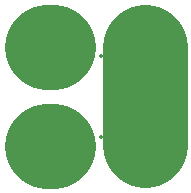
<source format=gbl>
%TF.GenerationSoftware,KiCad,Pcbnew,4.0.5-e0-6337~49~ubuntu16.04.1*%
%TF.CreationDate,2017-05-26T06:28:51-07:00*%
%TF.ProjectId,2x2-Slide-Switch-CL-SB-SMT,3278322D536C6964652D537769746368,v1.1*%
%TF.FileFunction,Copper,L2,Bot,Signal*%
%FSLAX46Y46*%
G04 Gerber Fmt 4.6, Leading zero omitted, Abs format (unit mm)*
G04 Created by KiCad (PCBNEW 4.0.5-e0-6337~49~ubuntu16.04.1) date Fri May 26 06:28:51 2017*
%MOMM*%
%LPD*%
G01*
G04 APERTURE LIST*
%ADD10C,0.350000*%
%ADD11C,7.200000*%
%ADD12C,0.500000*%
%ADD13C,6.000000*%
%ADD14C,0.685800*%
%ADD15C,0.350000*%
%ADD16C,0.330200*%
G04 APERTURE END LIST*
D10*
D11*
X8382000Y-31686500D02*
X8877300Y-31699200D01*
D12*
X16384000Y-40195500D02*
X16384000Y-31432500D01*
X15431500Y-35877500D02*
X16384000Y-35877500D01*
D11*
X16638000Y-40005000D02*
X16638000Y-31686500D01*
X8407400Y-40043100D02*
X8902700Y-40055800D01*
D13*
X16445500Y-31878000D03*
X16445500Y-39878000D03*
D14*
X11557000Y-31623000D03*
X17145500Y-35877500D03*
X11684000Y-40513000D03*
D15*
X12954000Y-32476440D03*
X12954000Y-39278560D03*
X8445500Y-39878000D03*
X8445500Y-31878000D03*
X16445500Y-31878000D03*
X16445500Y-39878000D03*
D16*
X11557000Y-31623000D03*
X17145500Y-35877500D03*
X11684000Y-40513000D03*
M02*

</source>
